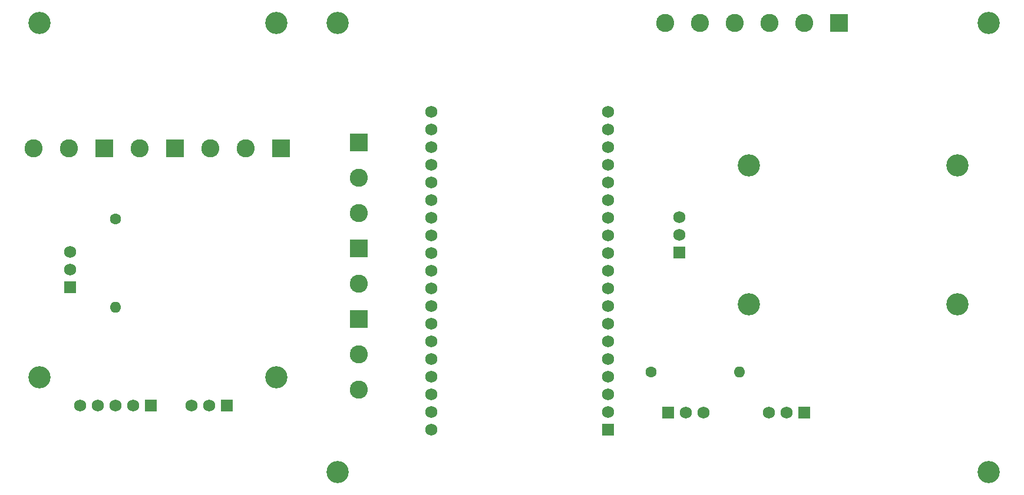
<source format=gbr>
%TF.GenerationSoftware,KiCad,Pcbnew,7.0.9*%
%TF.CreationDate,2024-02-04T14:24:30+02:00*%
%TF.ProjectId,Liubomir_Stanev_project,4c697562-6f6d-4697-925f-5374616e6576,rev?*%
%TF.SameCoordinates,Original*%
%TF.FileFunction,Soldermask,Bot*%
%TF.FilePolarity,Negative*%
%FSLAX46Y46*%
G04 Gerber Fmt 4.6, Leading zero omitted, Abs format (unit mm)*
G04 Created by KiCad (PCBNEW 7.0.9) date 2024-02-04 14:24:30*
%MOMM*%
%LPD*%
G01*
G04 APERTURE LIST*
G04 Aperture macros list*
%AMRoundRect*
0 Rectangle with rounded corners*
0 $1 Rounding radius*
0 $2 $3 $4 $5 $6 $7 $8 $9 X,Y pos of 4 corners*
0 Add a 4 corners polygon primitive as box body*
4,1,4,$2,$3,$4,$5,$6,$7,$8,$9,$2,$3,0*
0 Add four circle primitives for the rounded corners*
1,1,$1+$1,$2,$3*
1,1,$1+$1,$4,$5*
1,1,$1+$1,$6,$7*
1,1,$1+$1,$8,$9*
0 Add four rect primitives between the rounded corners*
20,1,$1+$1,$2,$3,$4,$5,0*
20,1,$1+$1,$4,$5,$6,$7,0*
20,1,$1+$1,$6,$7,$8,$9,0*
20,1,$1+$1,$8,$9,$2,$3,0*%
G04 Aperture macros list end*
%ADD10RoundRect,0.102000X-0.765000X-0.765000X0.765000X-0.765000X0.765000X0.765000X-0.765000X0.765000X0*%
%ADD11C,1.734000*%
%ADD12C,3.200000*%
%ADD13C,1.600000*%
%ADD14O,1.600000X1.600000*%
%ADD15RoundRect,0.102000X-1.200000X1.200000X-1.200000X-1.200000X1.200000X-1.200000X1.200000X1.200000X0*%
%ADD16C,2.604000*%
%ADD17RoundRect,0.102000X0.765000X0.765000X-0.765000X0.765000X-0.765000X-0.765000X0.765000X-0.765000X0*%
%ADD18RoundRect,0.102000X1.200000X1.200000X-1.200000X1.200000X-1.200000X-1.200000X1.200000X-1.200000X0*%
%ADD19RoundRect,0.102000X0.765000X-0.765000X0.765000X0.765000X-0.765000X0.765000X-0.765000X-0.765000X0*%
G04 APERTURE END LIST*
D10*
%TO.C,U5*%
X145460000Y-101000000D03*
D11*
X148000000Y-101000000D03*
X150540000Y-101000000D03*
%TD*%
D12*
%TO.C,REF\u002A\u002A*%
X89100000Y-96000000D03*
%TD*%
D13*
%TO.C,R1*%
X66000000Y-73150000D03*
D14*
X66000000Y-85850000D03*
%TD*%
D12*
%TO.C,REF\u002A\u002A*%
X97900000Y-109600000D03*
%TD*%
%TO.C,REF\u002A\u002A*%
X187000000Y-85500000D03*
%TD*%
D15*
%TO.C,J4*%
X101000000Y-62220000D03*
D16*
X101000000Y-67300000D03*
X101000000Y-72380000D03*
%TD*%
D17*
%TO.C,U2*%
X82040000Y-100000000D03*
D11*
X79500000Y-100000000D03*
X76960000Y-100000000D03*
%TD*%
D18*
%TO.C,U8*%
X170000000Y-45000000D03*
D16*
X165000000Y-45000000D03*
X160000000Y-45000000D03*
X155000000Y-45000000D03*
X150000000Y-45000000D03*
X145000000Y-45000000D03*
%TD*%
D12*
%TO.C,REF\u002A\u002A*%
X191500000Y-45000000D03*
%TD*%
%TO.C,REF\u002A\u002A*%
X55100000Y-45000000D03*
%TD*%
D17*
%TO.C,U7*%
X136750000Y-103500000D03*
D11*
X136750000Y-100960000D03*
X136750000Y-98420000D03*
X136750000Y-95880000D03*
X136750000Y-93340000D03*
X136750000Y-90800000D03*
X136750000Y-88260000D03*
X136750000Y-85720000D03*
X136750000Y-83180000D03*
X136750000Y-80640000D03*
X136750000Y-78100000D03*
X136750000Y-75560000D03*
X136750000Y-73020000D03*
X136750000Y-70480000D03*
X136750000Y-67940000D03*
X136750000Y-65400000D03*
X136750000Y-62860000D03*
X136750000Y-60320000D03*
X136750000Y-57780000D03*
X111350000Y-103500000D03*
X111350000Y-100960000D03*
X111350000Y-98420000D03*
X111350000Y-95880000D03*
X111350000Y-93340000D03*
X111350000Y-90800000D03*
X111350000Y-88260000D03*
X111350000Y-85720000D03*
X111350000Y-83180000D03*
X111350000Y-80640000D03*
X111350000Y-78100000D03*
X111350000Y-75560000D03*
X111350000Y-73020000D03*
X111350000Y-70480000D03*
X111350000Y-67940000D03*
X111350000Y-65400000D03*
X111350000Y-62860000D03*
X111350000Y-60320000D03*
X111350000Y-57780000D03*
%TD*%
D12*
%TO.C,REF\u002A\u002A*%
X97900000Y-45000000D03*
%TD*%
D15*
%TO.C,J6*%
X101000000Y-77460000D03*
D16*
X101000000Y-82540000D03*
%TD*%
D12*
%TO.C,REF\u002A\u002A*%
X157000000Y-85500000D03*
%TD*%
D15*
%TO.C,J5*%
X101000000Y-87620000D03*
D16*
X101000000Y-92700000D03*
X101000000Y-97780000D03*
%TD*%
D13*
%TO.C,R2*%
X143000000Y-95200000D03*
D14*
X155700000Y-95200000D03*
%TD*%
D17*
%TO.C,U6*%
X165000000Y-101000000D03*
D11*
X162460000Y-101000000D03*
X159920000Y-101000000D03*
%TD*%
D19*
%TO.C,U3*%
X59500000Y-83040000D03*
D11*
X59500000Y-80500000D03*
X59500000Y-77960000D03*
%TD*%
D12*
%TO.C,REF\u002A\u002A*%
X157000000Y-65500000D03*
%TD*%
%TO.C,REF\u002A\u002A*%
X187000000Y-65500000D03*
%TD*%
D19*
%TO.C,U4*%
X147000000Y-78040000D03*
D11*
X147000000Y-75500000D03*
X147000000Y-72960000D03*
%TD*%
D12*
%TO.C,REF\u002A\u002A*%
X191500000Y-109600000D03*
%TD*%
%TO.C,REF\u002A\u002A*%
X55100000Y-96000000D03*
%TD*%
%TO.C,REF\u002A\u002A*%
X89100000Y-45000000D03*
%TD*%
D17*
%TO.C,U1*%
X71080000Y-100000000D03*
D11*
X68540000Y-100000000D03*
X66000000Y-100000000D03*
X63460000Y-100000000D03*
X60920000Y-100000000D03*
%TD*%
D18*
%TO.C,J1*%
X64380000Y-63000000D03*
D16*
X59300000Y-63000000D03*
X54220000Y-63000000D03*
%TD*%
D18*
%TO.C,J2*%
X89780000Y-63000000D03*
D16*
X84700000Y-63000000D03*
X79620000Y-63000000D03*
%TD*%
D18*
%TO.C,J3*%
X74540000Y-63000000D03*
D16*
X69460000Y-63000000D03*
%TD*%
M02*

</source>
